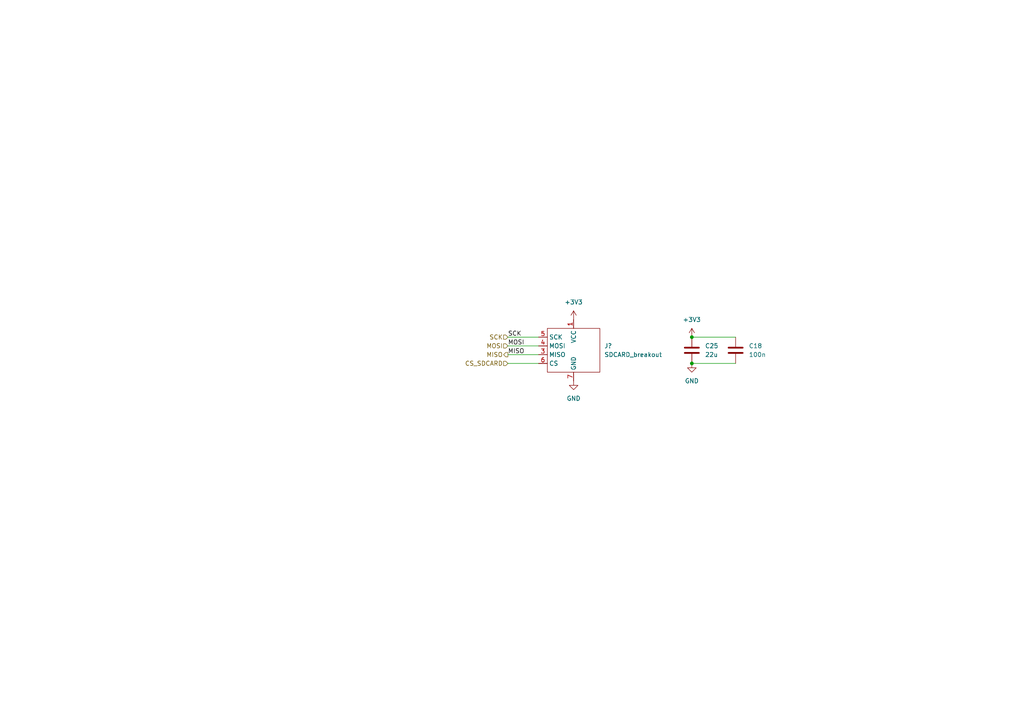
<source format=kicad_sch>
(kicad_sch (version 20230121) (generator eeschema)
  (paper "A4")
  (lib_symbols
    (symbol "Device:C" (pin_numbers hide) (pin_names (offset 0.254))
      (property "Reference" "C" (at 0.635 2.54 0))
      (property "Value" "C" (at 0.635 -2.54 0))
      (symbol "C_0_1"
        (polyline (pts (xy -2.032 -0.762) (xy 2.032 -0.762)) (stroke (width 0.508)))
        (polyline (pts (xy -2.032 0.762) (xy 2.032 0.762)) (stroke (width 0.508)))
      )
      (symbol "C_1_1"
        (pin passive line (at 0 3.81 270) (length 2.794) (name "~") (number "1"))
        (pin passive line (at 0 -3.81 90) (length 2.794) (name "~") (number "2"))
      )
    )
    (symbol "additional:SDCARD_breakout"
      (property "Reference" "CONN" (at 5.08 7.62 0))
      (property "Value" "SDCARD_breakout" (at -11.43 -7.62 0))
      (symbol "SDCARD_breakout_0_1"
        (rectangle (start -7.62 6.35) (end 7.62 -6.35))
      )
      (symbol "SDCARD_breakout_1_1"
        (pin power_in line (at 0 8.89 270) (length 2.54) (name "VCC") (number "1"))
        (pin tri_state line (at -10.16 -1.27 0) (length 2.54) (name "MISO") (number "3"))
        (pin input line (at -10.16 1.27 0) (length 2.54) (name "MOSI") (number "4"))
        (pin input line (at -10.16 3.81 0) (length 2.54) (name "SCK") (number "5"))
        (pin input line (at -10.16 -3.81 0) (length 2.54) (name "CS") (number "6"))
        (pin power_in line (at 0 -8.89 90) (length 2.54) (name "GND") (number "7"))
      )
    )
    (symbol "power:+3V3" (power) (pin_names (offset 0))
      (property "Value" "+3V3" (at 0 3.556 0))
      (symbol "+3V3_0_1"
        (polyline (pts (xy -0.762 1.27) (xy 0 2.54)))
        (polyline (pts (xy 0 0) (xy 0 2.54)))
        (polyline (pts (xy 0 2.54) (xy 0.762 1.27)))
      )
      (symbol "+3V3_1_1"
        (pin power_in line (at 0 0 90) (length 0) hide (name "+3V3") (number "1"))
      )
    )
    (symbol "power:GND" (power) (pin_names (offset 0))
      (property "Value" "GND" (at 0 -3.81 0))
      (symbol "GND_0_1"
        (polyline (pts (xy 0 0) (xy 0 -1.27) (xy 1.27 -1.27) (xy 0 -2.54) (xy -1.27 -1.27) (xy 0 -1.27)))
      )
      (symbol "GND_1_1"
        (pin power_in line (at 0 0 270) (length 0) hide (name "GND") (number "1"))
      )
    )
  )
  (junction (at 200.66 105.41))
  (junction (at 200.66 97.79))
  (wire (pts (xy 200.66 105.41) (xy 213.36 105.41)))
  (wire (pts (xy 147.32 100.33) (xy 156.21 100.33)))
  (wire (pts (xy 200.66 97.79) (xy 213.36 97.79)))
  (wire (pts (xy 147.32 97.79) (xy 156.21 97.79)))
  (wire (pts (xy 147.32 105.41) (xy 156.21 105.41)))
  (wire (pts (xy 147.32 102.87) (xy 156.21 102.87)))
  (label "SCK" (at 147.32 97.79 0))
  (label "MISO" (at 147.32 102.87 0))
  (label "MOSI" (at 147.32 100.33 0))
  (hierarchical_label "SCK" (shape input) (at 147.32 97.79 180))
  (hierarchical_label "MISO" (shape output) (at 147.32 102.87 180))
  (hierarchical_label "CS_SDCARD" (shape input) (at 147.32 105.41 180))
  (hierarchical_label "MOSI" (shape input) (at 147.32 100.33 180))
  (symbol (lib_id "power:GND") (at 200.66 105.41 0) (unit 1)
    (property "Reference" "#PWR0114" (effects hide))
    (property "Value" "GND" (at 200.66 110.49 0))
  )
  (symbol (lib_id "Device:C") (at 200.66 101.6 0) (unit 1)
    (property "Reference" "C25" (at 204.47 100.33 0) (effects (justify left)))
    (property "Value" "22u" (at 204.47 102.87 0) (effects (justify left)))
    (property "Footprint" "Capacitor_SMD:C_1210_3225Metric" (effects hide))
    (property "Mouser" "CL32B226MOJNNNE" (effects hide))
    (property "mouser" "CL32B226MOJNNNE" (effects hide))
  )
  (symbol (lib_id "power:GND") (at 166.37 110.49 0) (unit 1)
    (property "Reference" "#PWR?" (effects hide))
    (property "Value" "GND" (at 166.37 115.57 0))
    (instances (project "speedomobile" (path "" (reference "#PWR?") (unit 1)) (path "" (reference "#PWR0112") (unit 1))))
  )
  (symbol (lib_id "power:+3V3") (at 200.66 97.79 0) (unit 1)
    (property "Reference" "#PWR0113" (effects hide))
    (property "Value" "+3V3" (at 200.66 92.71 0))
  )
  (symbol (lib_id "Device:C") (at 213.36 101.6 0) (unit 1)
    (property "Reference" "C18" (at 217.17 100.33 0) (effects (justify left)))
    (property "Value" "100n" (at 217.17 102.87 0) (effects (justify left)))
    (property "Footprint" "Capacitor_SMD:C_1206_3216Metric" (effects hide))
    (property "mouser" " 80-C1206C104K5R " (effects hide))
  )
  (symbol (lib_id "power:+3V3") (at 166.37 92.71 0) (unit 1)
    (property "Reference" "#PWR0111" (effects hide))
    (property "Value" "+3V3" (at 166.37 87.63 0))
  )
  (symbol (lib_id "additional:SDCARD_breakout") (at 166.37 101.6 0) (unit 1)
    (property "Reference" "J?" (at 175.26 100.33 0) (effects (justify left)))
    (property "Value" "SDCARD_breakout" (at 175.26 102.87 0) (effects (justify left)))
    (property "Footprint" "breakboard:sdcard" (effects hide))
    (instances (project "speedomobile" (path "" (reference "J?") (unit 1)) (path "" (reference "J35") (unit 1))))
  )
)
</source>
